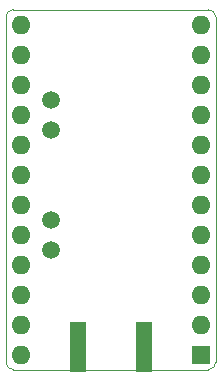
<source format=gbr>
%TF.GenerationSoftware,KiCad,Pcbnew,5.1.5+dfsg1-2~bpo10+1*%
%TF.CreationDate,Date%
%TF.ProjectId,ProMicro_GPS,50726f4d-6963-4726-9f5f-4750532e6b69,v3.1*%
%TF.SameCoordinates,Original*%
%TF.FileFunction,Soldermask,Bot*%
%TF.FilePolarity,Negative*%
%FSLAX45Y45*%
G04 Gerber Fmt 4.5, Leading zero omitted, Abs format (unit mm)*
G04 Created by KiCad*
%MOMM*%
%LPD*%
G04 APERTURE LIST*
%ADD10C,0.100000*%
%ADD11O,1.600000X1.600000*%
%ADD12R,1.600000X1.600000*%
%ADD13C,1.500000*%
%ADD14R,1.350000X4.200000*%
G04 APERTURE END LIST*
D10*
X127000Y2857500D02*
X127000Y-63500D01*
X-1587500Y-127000D02*
G75*
G02X-1651000Y-63500I0J63500D01*
G01*
X-1651000Y2857500D02*
G75*
G02X-1587500Y2921000I63500J0D01*
G01*
X63500Y2921000D02*
G75*
G02X127000Y2857500I0J-63500D01*
G01*
X127000Y-63500D02*
G75*
G02X63500Y-127000I-63500J0D01*
G01*
X-1587500Y2921000D02*
X63500Y2921000D01*
X-1651000Y-63500D02*
X-1651000Y2857500D01*
X63500Y-127000D02*
X-1587500Y-127000D01*
D11*
X-1524000Y0D03*
X-1524000Y254000D03*
X-1524000Y508000D03*
X0Y2794000D03*
X-1524000Y762000D03*
X0Y2540000D03*
X-1524000Y1016000D03*
X0Y2286000D03*
X-1524000Y1270000D03*
X0Y2032000D03*
X-1524000Y1524000D03*
X0Y1778000D03*
X-1524000Y1778000D03*
X0Y1524000D03*
X-1524000Y2032000D03*
X0Y1270000D03*
X-1524000Y2286000D03*
X0Y1016000D03*
X-1524000Y2540000D03*
X0Y762000D03*
X-1524000Y2794000D03*
X0Y508000D03*
X0Y254000D03*
D12*
X0Y0D03*
D13*
X-1270000Y889000D03*
X-1270000Y1143000D03*
X-1270000Y1905000D03*
X-1270000Y2159000D03*
D14*
X-479500Y63500D03*
X-1044500Y63500D03*
M02*

</source>
